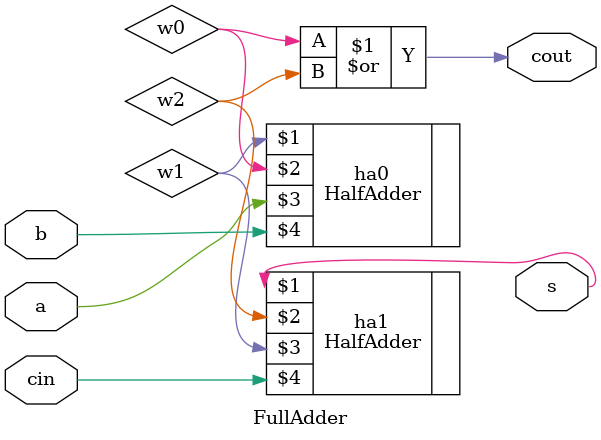
<source format=v>
/* módulo FullAdder */

`ifndef _FullAdder_
`define _FullAdder_
`include "HalfAdder.v"

module FullAdder(s, cout, a, b, cin);
    input a, b, cin;
    output cout, s;
    wire w0, w1, w2;

    HalfAdder ha0(w1, w0, a, b);
    HalfAdder ha1(s, w2, w1, cin);
    or or0(cout, w0, w2);

    // Descrição de conexões internas do módulo

endmodule

`endif
</source>
